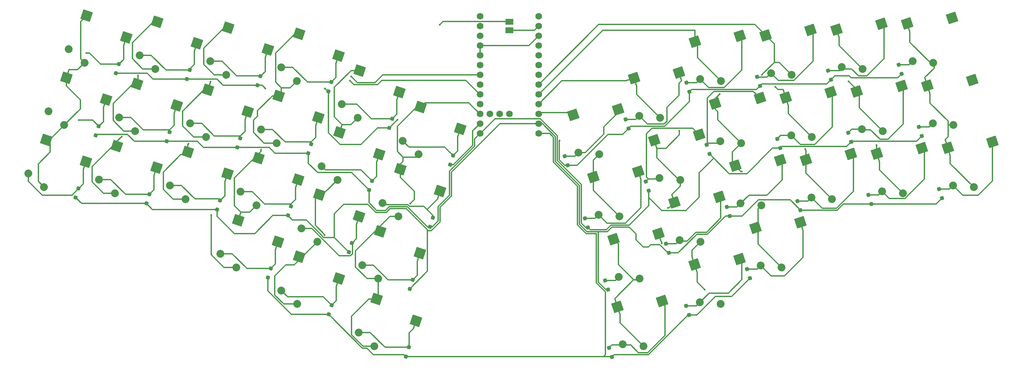
<source format=gbl>
G04 #@! TF.GenerationSoftware,KiCad,Pcbnew,8.0.4*
G04 #@! TF.CreationDate,2024-08-25T16:08:24+07:00*
G04 #@! TF.ProjectId,ozprey,6f7a7072-6579-42e6-9b69-6361645f7063,1.0*
G04 #@! TF.SameCoordinates,Original*
G04 #@! TF.FileFunction,Copper,L2,Bot*
G04 #@! TF.FilePolarity,Positive*
%FSLAX46Y46*%
G04 Gerber Fmt 4.6, Leading zero omitted, Abs format (unit mm)*
G04 Created by KiCad (PCBNEW 8.0.4) date 2024-08-25 16:08:24*
%MOMM*%
%LPD*%
G01*
G04 APERTURE LIST*
G04 Aperture macros list*
%AMRoundRect*
0 Rectangle with rounded corners*
0 $1 Rounding radius*
0 $2 $3 $4 $5 $6 $7 $8 $9 X,Y pos of 4 corners*
0 Add a 4 corners polygon primitive as box body*
4,1,4,$2,$3,$4,$5,$6,$7,$8,$9,$2,$3,0*
0 Add four circle primitives for the rounded corners*
1,1,$1+$1,$2,$3*
1,1,$1+$1,$4,$5*
1,1,$1+$1,$6,$7*
1,1,$1+$1,$8,$9*
0 Add four rect primitives between the rounded corners*
20,1,$1+$1,$2,$3,$4,$5,0*
20,1,$1+$1,$4,$5,$6,$7,0*
20,1,$1+$1,$6,$7,$8,$9,0*
20,1,$1+$1,$8,$9,$2,$3,0*%
%AMRotRect*
0 Rectangle, with rotation*
0 The origin of the aperture is its center*
0 $1 length*
0 $2 width*
0 $3 Rotation angle, in degrees counterclockwise*
0 Add horizontal line*
21,1,$1,$2,0,0,$3*%
G04 Aperture macros list end*
G04 #@! TA.AperFunction,SMDPad,CuDef*
%ADD10RotRect,2.600000X2.600000X18.000000*%
G04 #@! TD*
G04 #@! TA.AperFunction,ComponentPad*
%ADD11C,2.032000*%
G04 #@! TD*
G04 #@! TA.AperFunction,SMDPad,CuDef*
%ADD12RotRect,2.600000X2.600000X342.000000*%
G04 #@! TD*
G04 #@! TA.AperFunction,ComponentPad*
%ADD13C,1.752600*%
G04 #@! TD*
G04 #@! TA.AperFunction,SMDPad,CuDef*
%ADD14RoundRect,0.250000X0.160510X-0.315018X0.315018X0.160510X-0.160510X0.315018X-0.315018X-0.160510X0*%
G04 #@! TD*
G04 #@! TA.AperFunction,SMDPad,CuDef*
%ADD15R,2.100000X1.500000*%
G04 #@! TD*
G04 #@! TA.AperFunction,SMDPad,CuDef*
%ADD16RoundRect,0.250000X0.315018X-0.160510X0.160510X0.315018X-0.315018X0.160510X-0.160510X-0.315018X0*%
G04 #@! TD*
G04 #@! TA.AperFunction,ViaPad*
%ADD17C,0.500000*%
G04 #@! TD*
G04 #@! TA.AperFunction,Conductor*
%ADD18C,0.300000*%
G04 #@! TD*
G04 APERTURE END LIST*
D10*
G04 #@! TO.P,SW40,2,2*
G04 #@! TO.N,Net-(D40-A)*
X263701153Y-54956194D03*
D11*
X253408956Y-66238872D03*
G04 #@! TO.P,SW40,1,1*
G04 #@! TO.N,COL11*
X258813174Y-66691004D03*
D10*
X252036613Y-56433016D03*
G04 #@! TD*
G04 #@! TO.P,SW37,2,2*
G04 #@! TO.N,Net-(D37-A)*
X245284253Y-56524094D03*
D11*
X234992056Y-67806772D03*
G04 #@! TO.P,SW37,1,1*
G04 #@! TO.N,COL10*
X240396274Y-68258904D03*
D10*
X233619713Y-58000916D03*
G04 #@! TD*
G04 #@! TO.P,SW34,2,2*
G04 #@! TO.N,Net-(D34-A)*
X226867453Y-58091994D03*
D11*
X216575256Y-69374672D03*
G04 #@! TO.P,SW34,1,1*
G04 #@! TO.N,COL9*
X221979474Y-69826804D03*
D10*
X215202913Y-59568816D03*
G04 #@! TD*
G04 #@! TO.P,SW30,2,2*
G04 #@! TO.N,Net-(D30-A)*
X208450553Y-59659894D03*
D11*
X198158356Y-70942572D03*
G04 #@! TO.P,SW30,1,1*
G04 #@! TO.N,COL8*
X203562574Y-71394704D03*
D10*
X196786013Y-61136716D03*
G04 #@! TD*
G04 #@! TO.P,SW26,2,2*
G04 #@! TO.N,Net-(D26-A)*
X192629353Y-69216594D03*
D11*
X182337156Y-80499272D03*
G04 #@! TO.P,SW26,1,1*
G04 #@! TO.N,COL7*
X187741374Y-80951404D03*
D10*
X180964813Y-70693416D03*
G04 #@! TD*
G04 #@! TO.P,SW22,2,2*
G04 #@! TO.N,Net-(D22-A)*
X176808253Y-78773294D03*
D11*
X166516056Y-90055972D03*
G04 #@! TO.P,SW22,1,1*
G04 #@! TO.N,COL6*
X171920274Y-90508104D03*
D10*
X165143713Y-80250116D03*
G04 #@! TD*
D12*
G04 #@! TO.P,SW18,2,2*
G04 #@! TO.N,Net-(D18-A)*
X135752280Y-83887526D03*
D11*
X120793927Y-86965802D03*
G04 #@! TO.P,SW18,1,1*
G04 #@! TO.N,COL5*
X124900274Y-90508104D03*
D12*
X125447415Y-78226055D03*
G04 #@! TD*
G04 #@! TO.P,SW14,2,2*
G04 #@! TO.N,Net-(D14-A)*
X119931080Y-74330826D03*
D11*
X104972727Y-77409102D03*
G04 #@! TO.P,SW14,1,1*
G04 #@! TO.N,COL4*
X109079074Y-80951404D03*
D12*
X109626215Y-68669355D03*
G04 #@! TD*
G04 #@! TO.P,SW10,2,2*
G04 #@! TO.N,Net-(D10-A)*
X104109980Y-64774126D03*
D11*
X89151627Y-67852402D03*
G04 #@! TO.P,SW10,1,1*
G04 #@! TO.N,COL3*
X93257974Y-71394704D03*
D12*
X93805115Y-59112655D03*
G04 #@! TD*
G04 #@! TO.P,SW7,2,2*
G04 #@! TO.N,Net-(D7-A)*
X85693080Y-63206226D03*
D11*
X70734727Y-66284502D03*
G04 #@! TO.P,SW7,1,1*
G04 #@! TO.N,COL2*
X74841074Y-69826804D03*
D12*
X75388215Y-57544755D03*
G04 #@! TD*
G04 #@! TO.P,SW4,2,2*
G04 #@! TO.N,Net-(D4-A)*
X67276180Y-61638326D03*
D11*
X52317827Y-64716602D03*
G04 #@! TO.P,SW4,1,1*
G04 #@! TO.N,COL1*
X56424174Y-68258904D03*
D12*
X56971315Y-55976855D03*
G04 #@! TD*
G04 #@! TO.P,SW1,2,2*
G04 #@! TO.N,Net-(D1-A)*
X48859280Y-60070426D03*
D11*
X33900927Y-63148702D03*
G04 #@! TO.P,SW1,1,1*
G04 #@! TO.N,COL0*
X38007274Y-66691004D03*
D12*
X38554415Y-54408955D03*
G04 #@! TD*
D10*
G04 #@! TO.P,SW41,2,2*
G04 #@! TO.N,Net-(D41-A)*
X268954453Y-71124194D03*
D11*
X258662256Y-82406872D03*
G04 #@! TO.P,SW41,1,1*
G04 #@! TO.N,COL11*
X264066474Y-82859004D03*
D10*
X257289913Y-72601016D03*
G04 #@! TD*
G04 #@! TO.P,SW38,2,2*
G04 #@! TO.N,Net-(D38-A)*
X250537553Y-72692094D03*
D11*
X240245356Y-83974772D03*
G04 #@! TO.P,SW38,1,1*
G04 #@! TO.N,COL10*
X245649574Y-84426904D03*
D10*
X238873013Y-74168916D03*
G04 #@! TD*
G04 #@! TO.P,SW35,2,2*
G04 #@! TO.N,Net-(D35-A)*
X232120653Y-74259894D03*
D11*
X221828456Y-85542572D03*
G04 #@! TO.P,SW35,1,1*
G04 #@! TO.N,COL9*
X227232674Y-85994704D03*
D10*
X220456113Y-75736716D03*
G04 #@! TD*
G04 #@! TO.P,SW31,2,2*
G04 #@! TO.N,Net-(D31-A)*
X213703853Y-75827794D03*
D11*
X203411656Y-87110472D03*
G04 #@! TO.P,SW31,1,1*
G04 #@! TO.N,COL8*
X208815874Y-87562604D03*
D10*
X202039313Y-77304616D03*
G04 #@! TD*
G04 #@! TO.P,SW27,2,2*
G04 #@! TO.N,Net-(D27-A)*
X197882653Y-85384594D03*
D11*
X187590456Y-96667272D03*
G04 #@! TO.P,SW27,1,1*
G04 #@! TO.N,COL7*
X192994674Y-97119404D03*
D10*
X186218113Y-86861416D03*
G04 #@! TD*
G04 #@! TO.P,SW23,2,2*
G04 #@! TO.N,Net-(D23-A)*
X182061553Y-94941294D03*
D11*
X171769356Y-106223972D03*
G04 #@! TO.P,SW23,1,1*
G04 #@! TO.N,COL6*
X177173574Y-106676104D03*
D10*
X170397013Y-96418116D03*
G04 #@! TD*
D12*
G04 #@! TO.P,SW19,2,2*
G04 #@! TO.N,Net-(D19-A)*
X130498980Y-100055526D03*
D11*
X115540627Y-103133802D03*
G04 #@! TO.P,SW19,1,1*
G04 #@! TO.N,COL5*
X119646974Y-106676104D03*
D12*
X120194115Y-94394055D03*
G04 #@! TD*
G04 #@! TO.P,SW15,2,2*
G04 #@! TO.N,Net-(D15-A)*
X114677780Y-90498826D03*
D11*
X99719427Y-93577102D03*
G04 #@! TO.P,SW15,1,1*
G04 #@! TO.N,COL4*
X103825774Y-97119404D03*
D12*
X104372915Y-84837355D03*
G04 #@! TD*
G04 #@! TO.P,SW11,2,2*
G04 #@! TO.N,Net-(D11-A)*
X98856680Y-80942026D03*
D11*
X83898327Y-84020302D03*
G04 #@! TO.P,SW11,1,1*
G04 #@! TO.N,COL3*
X88004674Y-87562604D03*
D12*
X88551815Y-75280555D03*
G04 #@! TD*
G04 #@! TO.P,SW8,2,2*
G04 #@! TO.N,Net-(D8-A)*
X80439780Y-79374126D03*
D11*
X65481427Y-82452402D03*
G04 #@! TO.P,SW8,1,1*
G04 #@! TO.N,COL2*
X69587774Y-85994704D03*
D12*
X70134915Y-73712655D03*
G04 #@! TD*
G04 #@! TO.P,SW5,2,2*
G04 #@! TO.N,Net-(D5-A)*
X62022880Y-77806326D03*
D11*
X47064527Y-80884602D03*
G04 #@! TO.P,SW5,1,1*
G04 #@! TO.N,COL1*
X51170874Y-84426904D03*
D12*
X51718015Y-72144855D03*
G04 #@! TD*
G04 #@! TO.P,SW2,2,2*
G04 #@! TO.N,Net-(D2-A)*
X43605980Y-76238426D03*
D11*
X28647627Y-79316702D03*
G04 #@! TO.P,SW2,1,1*
G04 #@! TO.N,COL0*
X32753974Y-82859004D03*
D12*
X33301115Y-70576955D03*
G04 #@! TD*
D10*
G04 #@! TO.P,SW42,2,2*
G04 #@! TO.N,Net-(D42-A)*
X274207753Y-87292194D03*
D11*
X263915556Y-98574872D03*
G04 #@! TO.P,SW42,1,1*
G04 #@! TO.N,COL11*
X269319774Y-99027004D03*
D10*
X262543213Y-88769016D03*
G04 #@! TD*
G04 #@! TO.P,SW39,2,2*
G04 #@! TO.N,Net-(D39-A)*
X255790853Y-88859994D03*
D11*
X245498656Y-100142672D03*
G04 #@! TO.P,SW39,1,1*
G04 #@! TO.N,COL10*
X250902874Y-100594804D03*
D10*
X244126313Y-90336816D03*
G04 #@! TD*
G04 #@! TO.P,SW36,2,2*
G04 #@! TO.N,Net-(D36-A)*
X237373953Y-90427894D03*
D11*
X227081756Y-101710572D03*
G04 #@! TO.P,SW36,1,1*
G04 #@! TO.N,COL9*
X232485974Y-102162704D03*
D10*
X225709413Y-91904716D03*
G04 #@! TD*
G04 #@! TO.P,SW32,2,2*
G04 #@! TO.N,Net-(D32-A)*
X218957053Y-91995794D03*
D11*
X208664856Y-103278472D03*
G04 #@! TO.P,SW32,1,1*
G04 #@! TO.N,COL8*
X214069074Y-103730604D03*
D10*
X207292513Y-93472616D03*
G04 #@! TD*
G04 #@! TO.P,SW28,2,2*
G04 #@! TO.N,Net-(D28-A)*
X203135953Y-101552494D03*
D11*
X192843756Y-112835172D03*
G04 #@! TO.P,SW28,1,1*
G04 #@! TO.N,COL7*
X198247974Y-113287304D03*
D10*
X191471413Y-103029316D03*
G04 #@! TD*
G04 #@! TO.P,SW24,2,2*
G04 #@! TO.N,Net-(D24-A)*
X187314853Y-111109294D03*
D11*
X177022656Y-122391972D03*
G04 #@! TO.P,SW24,1,1*
G04 #@! TO.N,COL6*
X182426874Y-122844104D03*
D10*
X175650313Y-112586116D03*
G04 #@! TD*
D12*
G04 #@! TO.P,SW20,2,2*
G04 #@! TO.N,Net-(D20-A)*
X125245680Y-116223526D03*
D11*
X110287327Y-119301802D03*
G04 #@! TO.P,SW20,1,1*
G04 #@! TO.N,COL5*
X114393674Y-122844104D03*
D12*
X114940815Y-110562055D03*
G04 #@! TD*
G04 #@! TO.P,SW16,2,2*
G04 #@! TO.N,Net-(D16-A)*
X109424480Y-106666726D03*
D11*
X94466127Y-109745002D03*
G04 #@! TO.P,SW16,1,1*
G04 #@! TO.N,COL4*
X98572474Y-113287304D03*
D12*
X99119615Y-101005255D03*
G04 #@! TD*
G04 #@! TO.P,SW12,2,2*
G04 #@! TO.N,Net-(D12-A)*
X93603380Y-97110026D03*
D11*
X78645027Y-100188302D03*
G04 #@! TO.P,SW12,1,1*
G04 #@! TO.N,COL3*
X82751374Y-103730604D03*
D12*
X83298515Y-91448555D03*
G04 #@! TD*
G04 #@! TO.P,SW9,2,2*
G04 #@! TO.N,Net-(D9-A)*
X75186480Y-95542126D03*
D11*
X60228127Y-98620402D03*
G04 #@! TO.P,SW9,1,1*
G04 #@! TO.N,COL2*
X64334474Y-102162704D03*
D12*
X64881615Y-89880655D03*
G04 #@! TD*
G04 #@! TO.P,SW6,2,2*
G04 #@! TO.N,Net-(D6-A)*
X56769580Y-93974226D03*
D11*
X41811227Y-97052502D03*
G04 #@! TO.P,SW6,1,1*
G04 #@! TO.N,COL1*
X45917574Y-100594804D03*
D12*
X46464715Y-88312755D03*
G04 #@! TD*
G04 #@! TO.P,SW3,2,2*
G04 #@! TO.N,Net-(D3-A)*
X38352680Y-92406426D03*
D11*
X23394327Y-95484702D03*
G04 #@! TO.P,SW3,1,1*
G04 #@! TO.N,COL0*
X27500674Y-99027004D03*
D12*
X28047815Y-86744955D03*
G04 #@! TD*
D10*
G04 #@! TO.P,SW33,2,2*
G04 #@! TO.N,Net-(D33-A)*
X224210353Y-108163694D03*
D11*
X213918156Y-119446372D03*
G04 #@! TO.P,SW33,1,1*
G04 #@! TO.N,COL8*
X219322374Y-119898504D03*
D10*
X212545813Y-109640516D03*
G04 #@! TD*
G04 #@! TO.P,SW29,2,2*
G04 #@! TO.N,Net-(D29-A)*
X208389253Y-117720494D03*
D11*
X198097056Y-129003172D03*
G04 #@! TO.P,SW29,1,1*
G04 #@! TO.N,COL7*
X203501274Y-129455304D03*
D10*
X196724713Y-119197316D03*
G04 #@! TD*
D12*
G04 #@! TO.P,SW21,2,2*
G04 #@! TO.N,Net-(D21-A)*
X124272180Y-133782026D03*
D11*
X109313827Y-136860302D03*
G04 #@! TO.P,SW21,1,1*
G04 #@! TO.N,COL5*
X113420174Y-140402604D03*
D12*
X113967315Y-128120555D03*
G04 #@! TD*
G04 #@! TO.P,SW17,2,2*
G04 #@! TO.N,Net-(D17-A)*
X104171280Y-122834726D03*
D11*
X89212927Y-125913002D03*
G04 #@! TO.P,SW17,1,1*
G04 #@! TO.N,COL4*
X93319274Y-129455304D03*
D12*
X93866415Y-117173255D03*
G04 #@! TD*
D10*
G04 #@! TO.P,SW25,2,2*
G04 #@! TO.N,Net-(D25-A)*
X188288353Y-128667794D03*
D11*
X177996156Y-139950472D03*
G04 #@! TO.P,SW25,1,1*
G04 #@! TO.N,COL6*
X183400374Y-140402604D03*
D10*
X176623813Y-130144616D03*
G04 #@! TD*
D12*
G04 #@! TO.P,SW13,2,2*
G04 #@! TO.N,Net-(D13-A)*
X88350080Y-113277926D03*
D11*
X73391727Y-116356202D03*
G04 #@! TO.P,SW13,1,1*
G04 #@! TO.N,COL3*
X77498074Y-119898504D03*
D12*
X78045215Y-107616455D03*
G04 #@! TD*
D13*
G04 #@! TO.P,U1,34*
G04 #@! TO.N,N/C*
X156121074Y-54589672D03*
G04 #@! TO.P,U1,33,P1.07*
G04 #@! TO.N,unconnected-(U1-P1.07-Pad33)*
X148501074Y-79989672D03*
G04 #@! TO.P,U1,32,P1.02*
G04 #@! TO.N,unconnected-(U1-P1.02-Pad32)*
X145961074Y-79989672D03*
G04 #@! TO.P,U1,31,P1.01*
G04 #@! TO.N,unconnected-(U1-P1.01-Pad31)*
X143421074Y-79989672D03*
G04 #@! TO.P,U1,30*
G04 #@! TO.N,N/C*
X140881074Y-54589672D03*
G04 #@! TO.P,U1,24,BATIN/P0.04*
G04 #@! TO.N,RAW*
X156121074Y-57129672D03*
G04 #@! TO.P,U1,23,GND*
G04 #@! TO.N,GND*
X156121074Y-59669672D03*
G04 #@! TO.P,U1,22,RST*
G04 #@! TO.N,RST*
X156121074Y-62209672D03*
G04 #@! TO.P,U1,21,VCC*
G04 #@! TO.N,3.3V*
X156121074Y-64749672D03*
G04 #@! TO.P,U1,20,AIN7/P0.31*
G04 #@! TO.N,COL11*
X156121074Y-67289672D03*
G04 #@! TO.P,U1,19,AIN5/P0.29*
G04 #@! TO.N,COL10*
X156121074Y-69829672D03*
G04 #@! TO.P,U1,18,AIN0/P0.02*
G04 #@! TO.N,COL9*
X156121074Y-72369672D03*
G04 #@! TO.P,U1,17,P1.15*
G04 #@! TO.N,COL8*
X156121074Y-74909672D03*
G04 #@! TO.P,U1,16,P1.13*
G04 #@! TO.N,COL7*
X156121074Y-77449672D03*
G04 #@! TO.P,U1,15,P1.11*
G04 #@! TO.N,COL6*
X156121074Y-79989672D03*
G04 #@! TO.P,U1,14,NFC2/P0.10*
G04 #@! TO.N,ROW2*
X156121074Y-82529672D03*
G04 #@! TO.P,U1,13,NFC1/P0.09*
G04 #@! TO.N,ROW3*
X156121074Y-85069672D03*
G04 #@! TO.P,U1,12,P1.06*
G04 #@! TO.N,ROW1*
X140881074Y-85069672D03*
G04 #@! TO.P,U1,11,P1.04*
G04 #@! TO.N,ROW0*
X140881074Y-82529672D03*
G04 #@! TO.P,U1,10,P0.11*
G04 #@! TO.N,COL5*
X140881074Y-79989672D03*
G04 #@! TO.P,U1,9,P1.00*
G04 #@! TO.N,COL4*
X140881074Y-77449672D03*
G04 #@! TO.P,U1,8,P0.24*
G04 #@! TO.N,COL3*
X140881074Y-74909672D03*
G04 #@! TO.P,U1,7,P0.22*
G04 #@! TO.N,COL2*
X140881074Y-72369672D03*
G04 #@! TO.P,U1,6,P0.20*
G04 #@! TO.N,COL1*
X140881074Y-69829672D03*
G04 #@! TO.P,U1,5,P0.17*
G04 #@! TO.N,COL0*
X140881074Y-67289672D03*
G04 #@! TO.P,U1,4,GND*
G04 #@! TO.N,GND*
X140881074Y-64749672D03*
G04 #@! TO.P,U1,3,GND*
X140881074Y-62209672D03*
G04 #@! TO.P,U1,2,RX1/P0.08*
G04 #@! TO.N,unconnected-(U1-RX1{slash}P0.08-Pad2)*
X140881074Y-59669672D03*
G04 #@! TO.P,U1,1,TX0/P0.06*
G04 #@! TO.N,unconnected-(U1-TX0{slash}P0.06-Pad1)*
X140881074Y-57129672D03*
G04 #@! TD*
D14*
G04 #@! TO.P,D11,2,A*
G04 #@! TO.N,Net-(D11-A)*
X96974445Y-87878651D03*
G04 #@! TO.P,D11,1,K*
G04 #@! TO.N,ROW1*
X96201903Y-90256293D03*
G04 #@! TD*
D15*
G04 #@! TO.P,BATT1,2,-*
G04 #@! TO.N,Net-(BATT1--)*
X148501074Y-55999672D03*
G04 #@! TO.P,BATT1,1,+*
G04 #@! TO.N,RAW*
X148501074Y-58199672D03*
G04 #@! TD*
D16*
G04 #@! TO.P,D39,2,A*
G04 #@! TO.N,Net-(D39-A)*
X241912403Y-101064251D03*
G04 #@! TO.P,D39,1,K*
G04 #@! TO.N,ROW2*
X242684945Y-103441893D03*
G04 #@! TD*
D14*
G04 #@! TO.P,D12,2,A*
G04 #@! TO.N,Net-(D12-A)*
X91721145Y-104046551D03*
G04 #@! TO.P,D12,1,K*
G04 #@! TO.N,ROW2*
X90948603Y-106424193D03*
G04 #@! TD*
G04 #@! TO.P,D10,2,A*
G04 #@! TO.N,Net-(D10-A)*
X102227645Y-71710651D03*
G04 #@! TO.P,D10,1,K*
G04 #@! TO.N,ROW0*
X101455103Y-74088293D03*
G04 #@! TD*
D16*
G04 #@! TO.P,D26,2,A*
G04 #@! TO.N,Net-(D26-A)*
X178750903Y-81420851D03*
G04 #@! TO.P,D26,1,K*
G04 #@! TO.N,ROW0*
X179523445Y-83798493D03*
G04 #@! TD*
G04 #@! TO.P,D24,2,A*
G04 #@! TO.N,Net-(D24-A)*
X173436303Y-123313451D03*
G04 #@! TO.P,D24,1,K*
G04 #@! TO.N,ROW2*
X174208845Y-125691093D03*
G04 #@! TD*
D14*
G04 #@! TO.P,D4,2,A*
G04 #@! TO.N,Net-(D4-A)*
X65393945Y-68574951D03*
G04 #@! TO.P,D4,1,K*
G04 #@! TO.N,ROW0*
X64621403Y-70952593D03*
G04 #@! TD*
D16*
G04 #@! TO.P,D25,2,A*
G04 #@! TO.N,Net-(D25-A)*
X174409803Y-140871951D03*
G04 #@! TO.P,D25,1,K*
G04 #@! TO.N,ROW3*
X175182345Y-143249593D03*
G04 #@! TD*
D14*
G04 #@! TO.P,D16,2,A*
G04 #@! TO.N,Net-(D16-A)*
X107542245Y-113603351D03*
G04 #@! TO.P,D16,1,K*
G04 #@! TO.N,ROW2*
X106769703Y-115980993D03*
G04 #@! TD*
G04 #@! TO.P,D17,2,A*
G04 #@! TO.N,Net-(D17-A)*
X102288945Y-129771251D03*
G04 #@! TO.P,D17,1,K*
G04 #@! TO.N,ROW3*
X101516403Y-132148893D03*
G04 #@! TD*
G04 #@! TO.P,D14,2,A*
G04 #@! TO.N,Net-(D14-A)*
X118048845Y-81267351D03*
G04 #@! TO.P,D14,1,K*
G04 #@! TO.N,ROW0*
X117276303Y-83644993D03*
G04 #@! TD*
D16*
G04 #@! TO.P,D32,2,A*
G04 #@! TO.N,Net-(D32-A)*
X205078603Y-104199951D03*
G04 #@! TO.P,D32,1,K*
G04 #@! TO.N,ROW2*
X205851145Y-106577593D03*
G04 #@! TD*
G04 #@! TO.P,D27,2,A*
G04 #@! TO.N,Net-(D27-A)*
X184004203Y-97588751D03*
G04 #@! TO.P,D27,1,K*
G04 #@! TO.N,ROW1*
X184776745Y-99966393D03*
G04 #@! TD*
G04 #@! TO.P,D38,2,A*
G04 #@! TO.N,Net-(D38-A)*
X236659103Y-84896251D03*
G04 #@! TO.P,D38,1,K*
G04 #@! TO.N,ROW1*
X237431645Y-87273893D03*
G04 #@! TD*
D14*
G04 #@! TO.P,D20,2,A*
G04 #@! TO.N,Net-(D20-A)*
X123363445Y-123160051D03*
G04 #@! TO.P,D20,1,K*
G04 #@! TO.N,ROW2*
X122590903Y-125537693D03*
G04 #@! TD*
G04 #@! TO.P,D21,2,A*
G04 #@! TO.N,Net-(D21-A)*
X122389845Y-140718551D03*
G04 #@! TO.P,D21,1,K*
G04 #@! TO.N,ROW3*
X121617303Y-143096193D03*
G04 #@! TD*
G04 #@! TO.P,D3,2,A*
G04 #@! TO.N,Net-(D3-A)*
X36470445Y-99342951D03*
G04 #@! TO.P,D3,1,K*
G04 #@! TO.N,ROW2*
X35697903Y-101720593D03*
G04 #@! TD*
D16*
G04 #@! TO.P,D37,2,A*
G04 #@! TO.N,Net-(D37-A)*
X231405803Y-68728351D03*
G04 #@! TO.P,D37,1,K*
G04 #@! TO.N,ROW0*
X232178345Y-71105993D03*
G04 #@! TD*
G04 #@! TO.P,D30,2,A*
G04 #@! TO.N,Net-(D30-A)*
X194572003Y-71864051D03*
G04 #@! TO.P,D30,1,K*
G04 #@! TO.N,ROW0*
X195344545Y-74241693D03*
G04 #@! TD*
D14*
G04 #@! TO.P,D9,2,A*
G04 #@! TO.N,Net-(D9-A)*
X73304245Y-102478751D03*
G04 #@! TO.P,D9,1,K*
G04 #@! TO.N,ROW2*
X72531703Y-104856393D03*
G04 #@! TD*
G04 #@! TO.P,D18,2,A*
G04 #@! TO.N,Net-(D18-A)*
X133869945Y-90824151D03*
G04 #@! TO.P,D18,1,K*
G04 #@! TO.N,ROW0*
X133097403Y-93201793D03*
G04 #@! TD*
G04 #@! TO.P,D2,2,A*
G04 #@! TO.N,Net-(D2-A)*
X41723745Y-83175051D03*
G04 #@! TO.P,D2,1,K*
G04 #@! TO.N,ROW1*
X40951203Y-85552693D03*
G04 #@! TD*
D16*
G04 #@! TO.P,D34,2,A*
G04 #@! TO.N,Net-(D34-A)*
X212988903Y-70296151D03*
G04 #@! TO.P,D34,1,K*
G04 #@! TO.N,ROW0*
X213761445Y-72673793D03*
G04 #@! TD*
G04 #@! TO.P,D42,2,A*
G04 #@! TO.N,Net-(D42-A)*
X260329303Y-99496351D03*
G04 #@! TO.P,D42,1,K*
G04 #@! TO.N,ROW2*
X261101845Y-101873993D03*
G04 #@! TD*
G04 #@! TO.P,D31,2,A*
G04 #@! TO.N,Net-(D31-A)*
X199825303Y-88032051D03*
G04 #@! TO.P,D31,1,K*
G04 #@! TO.N,ROW1*
X200597845Y-90409693D03*
G04 #@! TD*
D14*
G04 #@! TO.P,D13,2,A*
G04 #@! TO.N,Net-(D13-A)*
X86467845Y-120214551D03*
G04 #@! TO.P,D13,1,K*
G04 #@! TO.N,ROW3*
X85695303Y-122592193D03*
G04 #@! TD*
D16*
G04 #@! TO.P,D40,2,A*
G04 #@! TO.N,Net-(D40-A)*
X249822703Y-67160451D03*
G04 #@! TO.P,D40,1,K*
G04 #@! TO.N,ROW0*
X250595245Y-69538093D03*
G04 #@! TD*
G04 #@! TO.P,D41,2,A*
G04 #@! TO.N,Net-(D41-A)*
X255076003Y-83328451D03*
G04 #@! TO.P,D41,1,K*
G04 #@! TO.N,ROW1*
X255848545Y-85706093D03*
G04 #@! TD*
D14*
G04 #@! TO.P,D6,2,A*
G04 #@! TO.N,Net-(D6-A)*
X54887345Y-100910851D03*
G04 #@! TO.P,D6,1,K*
G04 #@! TO.N,ROW2*
X54114803Y-103288493D03*
G04 #@! TD*
D16*
G04 #@! TO.P,D29,2,A*
G04 #@! TO.N,Net-(D29-A)*
X194510703Y-129924651D03*
G04 #@! TO.P,D29,1,K*
G04 #@! TO.N,ROW3*
X195283245Y-132302293D03*
G04 #@! TD*
G04 #@! TO.P,D22,2,A*
G04 #@! TO.N,Net-(D22-A)*
X162929703Y-90977551D03*
G04 #@! TO.P,D22,1,K*
G04 #@! TO.N,ROW0*
X163702245Y-93355193D03*
G04 #@! TD*
G04 #@! TO.P,D33,2,A*
G04 #@! TO.N,Net-(D33-A)*
X210331903Y-120367951D03*
G04 #@! TO.P,D33,1,K*
G04 #@! TO.N,ROW3*
X211104445Y-122745593D03*
G04 #@! TD*
D14*
G04 #@! TO.P,D15,2,A*
G04 #@! TO.N,Net-(D15-A)*
X112795545Y-97435351D03*
G04 #@! TO.P,D15,1,K*
G04 #@! TO.N,ROW1*
X112023003Y-99812993D03*
G04 #@! TD*
D16*
G04 #@! TO.P,D28,2,A*
G04 #@! TO.N,Net-(D28-A)*
X189257403Y-113756751D03*
G04 #@! TO.P,D28,1,K*
G04 #@! TO.N,ROW2*
X190029945Y-116134393D03*
G04 #@! TD*
G04 #@! TO.P,D36,2,A*
G04 #@! TO.N,Net-(D36-A)*
X223495503Y-102632151D03*
G04 #@! TO.P,D36,1,K*
G04 #@! TO.N,ROW2*
X224268045Y-105009793D03*
G04 #@! TD*
G04 #@! TO.P,D23,2,A*
G04 #@! TO.N,Net-(D23-A)*
X168183003Y-107145551D03*
G04 #@! TO.P,D23,1,K*
G04 #@! TO.N,ROW1*
X168955545Y-109523193D03*
G04 #@! TD*
D14*
G04 #@! TO.P,D1,2,A*
G04 #@! TO.N,Net-(D1-A)*
X46976545Y-67006951D03*
G04 #@! TO.P,D1,1,K*
G04 #@! TO.N,ROW0*
X46204003Y-69384593D03*
G04 #@! TD*
D16*
G04 #@! TO.P,D35,2,A*
G04 #@! TO.N,Net-(D35-A)*
X218242203Y-86464151D03*
G04 #@! TO.P,D35,1,K*
G04 #@! TO.N,ROW1*
X219014745Y-88841793D03*
G04 #@! TD*
D14*
G04 #@! TO.P,D5,2,A*
G04 #@! TO.N,Net-(D5-A)*
X60139645Y-84742551D03*
G04 #@! TO.P,D5,1,K*
G04 #@! TO.N,ROW1*
X59367103Y-87120193D03*
G04 #@! TD*
G04 #@! TO.P,D7,2,A*
G04 #@! TO.N,Net-(D7-A)*
X83810845Y-70142751D03*
G04 #@! TO.P,D7,1,K*
G04 #@! TO.N,ROW0*
X83038303Y-72520393D03*
G04 #@! TD*
G04 #@! TO.P,D19,2,A*
G04 #@! TO.N,Net-(D19-A)*
X128616645Y-106992151D03*
G04 #@! TO.P,D19,1,K*
G04 #@! TO.N,ROW1*
X127844103Y-109369793D03*
G04 #@! TD*
G04 #@! TO.P,D8,2,A*
G04 #@! TO.N,Net-(D8-A)*
X78557545Y-86310751D03*
G04 #@! TO.P,D8,1,K*
G04 #@! TO.N,ROW1*
X77785003Y-88688393D03*
G04 #@! TD*
D17*
G04 #@! TO.N,Net-(BATT1--)*
X130426129Y-56772979D03*
G04 #@! TO.N,Net-(D1-A)*
X38501043Y-64099704D03*
G04 #@! TO.N,Net-(D2-A)*
X36501043Y-81599704D03*
G04 #@! TO.N,Net-(D24-A)*
X188121174Y-113674172D03*
G04 #@! TO.N,Net-(D40-A)*
X263701153Y-54956194D03*
G04 #@! TO.N,Net-(D41-A)*
X269001043Y-71099704D03*
G04 #@! TO.N,ROW0*
X85068574Y-73351972D03*
X161601043Y-86883588D03*
X119394374Y-81526872D03*
X100501043Y-73351972D03*
G04 #@! TO.N,COL1*
X51976974Y-70020672D03*
X107394974Y-70205773D03*
X47670074Y-85866772D03*
G04 #@! TO.N,COL2*
X65082574Y-87756372D03*
X70819174Y-71592872D03*
G04 #@! TO.N,COL3*
X107016874Y-71303172D03*
X83935974Y-89324372D03*
X71001043Y-106305503D03*
G04 #@! TO.N,COL4*
X100484874Y-111563272D03*
G04 #@! TO.N,COL5*
X122746192Y-103344853D03*
G04 #@! TO.N,COL6*
X165001043Y-80296412D03*
X175650274Y-112586072D03*
G04 #@! TO.N,COL7*
X192773074Y-84343072D03*
X199373675Y-125727072D03*
X189767774Y-104464272D03*
G04 #@! TO.N,COL8*
X209005174Y-94935872D03*
X203248143Y-74846804D03*
G04 #@! TO.N,COL9*
X225541774Y-89086872D03*
X214276574Y-69844172D03*
X217683574Y-72964172D03*
G04 #@! TO.N,COL10*
X244001043Y-88099704D03*
X236720074Y-71499704D03*
G04 #@! TD*
D18*
G04 #@! TO.N,Net-(BATT1--)*
X148501074Y-55999672D02*
X148404774Y-55903372D01*
X148404774Y-55903372D02*
X131295736Y-55903372D01*
X131295736Y-55903372D02*
X130426129Y-56772979D01*
X148501074Y-55999672D02*
X148317374Y-55815972D01*
G04 #@! TO.N,COL8*
X156121074Y-74909672D02*
X172806674Y-58224072D01*
X172806674Y-58224072D02*
X196786013Y-58224072D01*
X196786013Y-58224072D02*
X196786013Y-61136716D01*
G04 #@! TO.N,COL9*
X156121074Y-72369672D02*
X171766674Y-56724072D01*
X171766674Y-56724072D02*
X212358169Y-56724072D01*
X212358169Y-56724072D02*
X217441074Y-61806977D01*
X217441074Y-61806977D02*
X217441074Y-66574672D01*
G04 #@! TO.N,GND*
X140881074Y-64749672D02*
X140881074Y-62209672D01*
X153581074Y-62209672D02*
X156121074Y-59669672D01*
X140881074Y-62209672D02*
X153581074Y-62209672D01*
G04 #@! TO.N,Net-(D1-A)*
X39332906Y-64099704D02*
X42240153Y-67006951D01*
X48183074Y-62151672D02*
X48183174Y-62151672D01*
X48183174Y-62151672D02*
X48183174Y-65800322D01*
X42240153Y-67006951D02*
X46976545Y-67006951D01*
X48183174Y-65800322D02*
X46976545Y-67006951D01*
X48859274Y-60070472D02*
X48183074Y-62151672D01*
X38501043Y-64099704D02*
X39332906Y-64099704D01*
G04 #@! TO.N,Net-(D2-A)*
X40148398Y-81599704D02*
X36501043Y-81599704D01*
X43605974Y-76238472D02*
X42929774Y-78319672D01*
X42929874Y-81968972D02*
X42929874Y-78319672D01*
X42929874Y-78319672D02*
X42929774Y-78319672D01*
X41723774Y-83175072D02*
X42929874Y-81968972D01*
X41723745Y-83175051D02*
X40148398Y-81599704D01*
G04 #@! TO.N,Net-(D3-A)*
X34713742Y-101099704D02*
X27001043Y-101099704D01*
X37676474Y-94487672D02*
X37676574Y-94487672D01*
X38352674Y-92406472D02*
X37676474Y-94487672D01*
X37676574Y-94487672D02*
X37676574Y-98136872D01*
X27001043Y-101099704D02*
X23394374Y-97493035D01*
X37676574Y-98136872D02*
X34713742Y-101099704D01*
X23394374Y-97493035D02*
X23394374Y-95484672D01*
G04 #@! TO.N,Net-(D4-A)*
X55326374Y-64716572D02*
X52317874Y-64716572D01*
X59184753Y-68574951D02*
X55326374Y-64716572D01*
X65158346Y-68574951D02*
X59184753Y-68574951D01*
X66600074Y-63719572D02*
X66600074Y-67133223D01*
X67276174Y-61638372D02*
X66599974Y-63719572D01*
X66600074Y-67133223D02*
X65158346Y-68574951D01*
X66599974Y-63719572D02*
X66600074Y-63719572D01*
G04 #@! TO.N,Net-(D5-A)*
X62022874Y-77806372D02*
X61346674Y-79887572D01*
X53327474Y-84138972D02*
X50073074Y-80884572D01*
X50073074Y-80884572D02*
X47064574Y-80884572D01*
X61346774Y-79887572D02*
X61346774Y-82931872D01*
X60139674Y-84742572D02*
X60139674Y-84138972D01*
X61346674Y-79887572D02*
X61346774Y-79887572D01*
X61346774Y-82931872D02*
X60139674Y-84138972D01*
X60139674Y-84138972D02*
X53327474Y-84138972D01*
G04 #@! TO.N,Net-(D6-A)*
X54887345Y-100910851D02*
X48678153Y-100910851D01*
X56093374Y-96055472D02*
X56093474Y-96055472D01*
X56093474Y-96055472D02*
X56093474Y-99704722D01*
X56769574Y-93974272D02*
X56093374Y-96055472D01*
X56093474Y-99704722D02*
X54887345Y-100910851D01*
X48678153Y-100910851D02*
X44819774Y-97052472D01*
X44819774Y-97052472D02*
X41811274Y-97052472D01*
G04 #@! TO.N,Net-(D7-A)*
X83767798Y-70099704D02*
X77558506Y-70099704D01*
X77558506Y-70099704D02*
X73743274Y-66284472D01*
X85016874Y-65287472D02*
X85016974Y-65287472D01*
X85693074Y-63206272D02*
X85016874Y-65287472D01*
X73743274Y-66284472D02*
X70734774Y-66284472D01*
X85016974Y-68936622D02*
X83810845Y-70142751D01*
X83810845Y-70142751D02*
X83767798Y-70099704D01*
X85016974Y-65287472D02*
X85016974Y-68936622D01*
G04 #@! TO.N,Net-(D8-A)*
X79763574Y-81455372D02*
X79763674Y-81455372D01*
X71745274Y-85707672D02*
X68489974Y-82452372D01*
X79763674Y-84501572D02*
X78557574Y-85707672D01*
X80439774Y-79374172D02*
X79763574Y-81455372D01*
X78557574Y-85707672D02*
X71745274Y-85707672D01*
X68489974Y-82452372D02*
X65481474Y-82452372D01*
X78557574Y-86310772D02*
X78557574Y-85707672D01*
X79763674Y-81455372D02*
X79763674Y-84501572D01*
G04 #@! TO.N,Net-(D9-A)*
X74510374Y-97623372D02*
X74510374Y-101272622D01*
X73304245Y-102478751D02*
X72925198Y-102099704D01*
X74510274Y-97623372D02*
X74510374Y-97623372D01*
X66716006Y-102099704D02*
X63236674Y-98620372D01*
X73304274Y-102478722D02*
X73304274Y-102478772D01*
X72925198Y-102099704D02*
X66716006Y-102099704D01*
X74510374Y-101272622D02*
X73304274Y-102478722D01*
X75186474Y-95542172D02*
X74510274Y-97623372D01*
X63236674Y-98620372D02*
X60228174Y-98620372D01*
G04 #@! TO.N,Net-(D10-A)*
X103433874Y-66855372D02*
X103433874Y-70504422D01*
X92160174Y-67852372D02*
X89151674Y-67852372D01*
X96018453Y-71710651D02*
X92160174Y-67852372D01*
X103433774Y-66855372D02*
X103433874Y-66855372D01*
X104109974Y-64774172D02*
X103433774Y-66855372D01*
X102227645Y-71710651D02*
X96018453Y-71710651D01*
X103433874Y-70504422D02*
X102227645Y-71710651D01*
G04 #@! TO.N,Net-(D11-A)*
X98180574Y-86069472D02*
X96974474Y-87275572D01*
X86906874Y-84020272D02*
X83898374Y-84020272D01*
X96974474Y-87275572D02*
X90162174Y-87275572D01*
X90162174Y-87275572D02*
X86906874Y-84020272D01*
X98856674Y-80942072D02*
X98180474Y-83023272D01*
X98180574Y-83023272D02*
X98180574Y-86069472D01*
X96974474Y-87878672D02*
X96974474Y-87275572D01*
X98180474Y-83023272D02*
X98180574Y-83023272D01*
G04 #@! TO.N,Net-(D12-A)*
X93603374Y-97110072D02*
X92927174Y-99191272D01*
X91721174Y-103443472D02*
X84908774Y-103443472D01*
X92927274Y-99191272D02*
X92927274Y-102237372D01*
X91721174Y-104046572D02*
X91721174Y-103443472D01*
X84908774Y-103443472D02*
X81653574Y-100188272D01*
X92927274Y-102237372D02*
X91721174Y-103443472D01*
X81653574Y-100188272D02*
X78645074Y-100188272D01*
X92927174Y-99191272D02*
X92927274Y-99191272D01*
G04 #@! TO.N,Net-(D13-A)*
X87673974Y-115359172D02*
X87673974Y-119008422D01*
X88350074Y-113277972D02*
X87673874Y-115359172D01*
X86467845Y-120214551D02*
X80258653Y-120214551D01*
X86467874Y-120214572D02*
X86467866Y-120214572D01*
X80258653Y-120214551D02*
X76400274Y-116356172D01*
X86467866Y-120214572D02*
X86467845Y-120214551D01*
X87673874Y-115359172D02*
X87673974Y-115359172D01*
X87673974Y-119008422D02*
X86467845Y-120214551D01*
X76400274Y-116356172D02*
X73391774Y-116356172D01*
G04 #@! TO.N,Net-(D14-A)*
X108810411Y-77409072D02*
X104972774Y-77409072D01*
X119254874Y-76412072D02*
X119254974Y-76412072D01*
X118048874Y-81267372D02*
X112668711Y-81267372D01*
X119254974Y-80061272D02*
X118048874Y-81267372D01*
X112668711Y-81267372D02*
X108810411Y-77409072D01*
X119254974Y-76412072D02*
X119254974Y-80061272D01*
X119931074Y-74330872D02*
X119254874Y-76412072D01*
G04 #@! TO.N,Net-(D15-A)*
X109925374Y-94565172D02*
X100707574Y-94565172D01*
X100707574Y-94565172D02*
X99719474Y-93577072D01*
X114001574Y-92580072D02*
X114001674Y-92580072D01*
X114001674Y-92580072D02*
X114001674Y-96229272D01*
X114001674Y-96229272D02*
X112795574Y-97435372D01*
X112795574Y-97435372D02*
X109925374Y-94565172D01*
X114677774Y-90498872D02*
X114001574Y-92580072D01*
G04 #@! TO.N,Net-(D16-A)*
X94466174Y-109744972D02*
X97106374Y-109744972D01*
X107693074Y-116394872D02*
X107693074Y-113603372D01*
X107542274Y-113603372D02*
X107693074Y-113603372D01*
X108748374Y-112397272D02*
X108748374Y-108747972D01*
X107693074Y-113603372D02*
X108145374Y-113151072D01*
X108748374Y-108747972D02*
X108748274Y-108747972D01*
X104285974Y-116924572D02*
X107163374Y-116924572D01*
X109424474Y-106666772D02*
X108748274Y-108747972D01*
X97106374Y-109744972D02*
X104285974Y-116924572D01*
X108145374Y-113151072D02*
X108145374Y-113000272D01*
X108145374Y-113000272D02*
X108748374Y-112397272D01*
X107163374Y-116924572D02*
X107693074Y-116394872D01*
G04 #@! TO.N,Net-(D17-A)*
X90864374Y-127564372D02*
X89212974Y-125912972D01*
X102288974Y-129771272D02*
X100082074Y-127564372D01*
X103495174Y-128565072D02*
X103495174Y-124915972D01*
X104171274Y-122834772D02*
X103495074Y-124915972D01*
X100082074Y-127564372D02*
X90864374Y-127564372D01*
X102288974Y-129771272D02*
X103495174Y-128565072D01*
X103495174Y-124915972D02*
X103495074Y-124915972D01*
G04 #@! TO.N,Net-(D18-A)*
X135076174Y-89617972D02*
X135076174Y-85968772D01*
X133869974Y-90824172D02*
X135076174Y-89617972D01*
X135752274Y-83887572D02*
X135076074Y-85968772D01*
X131662974Y-88617172D02*
X122445374Y-88617172D01*
X122445374Y-88617172D02*
X120793974Y-86965772D01*
X133869974Y-90824172D02*
X131662974Y-88617172D01*
X135076174Y-85968772D02*
X135076074Y-85968772D01*
G04 #@! TO.N,Net-(D19-A)*
X115540674Y-103133772D02*
X116006606Y-103599704D01*
X116006606Y-103599704D02*
X122152514Y-103599704D01*
X126242267Y-104015365D02*
X127093274Y-104866372D01*
X128616674Y-106992172D02*
X128616674Y-106389772D01*
X128616674Y-106389772D02*
X127093274Y-104866372D01*
X129822774Y-102136772D02*
X129822874Y-102136772D01*
X122568175Y-104015365D02*
X126242267Y-104015365D01*
X129822874Y-102136772D02*
X127093274Y-104866372D01*
X130498974Y-100055572D02*
X129822774Y-102136772D01*
X122152514Y-103599704D02*
X122568175Y-104015365D01*
G04 #@! TO.N,Net-(D20-A)*
X123363445Y-123160051D02*
X116980353Y-123160051D01*
X124569574Y-121953922D02*
X123363445Y-123160051D01*
X116980353Y-123160051D02*
X113122074Y-119301772D01*
X124569574Y-118304772D02*
X124569574Y-121953922D01*
X125245674Y-116223572D02*
X124569474Y-118304772D01*
X124569474Y-118304772D02*
X124569574Y-118304772D01*
X113122074Y-119301772D02*
X110287374Y-119301772D01*
G04 #@! TO.N,Net-(D21-A)*
X123595974Y-135863272D02*
X122501043Y-136958203D01*
X122501043Y-136958203D02*
X122501043Y-140607353D01*
X122389845Y-140718551D02*
X116180653Y-140718551D01*
X124272174Y-133782072D02*
X123595974Y-135863272D01*
X116180653Y-140718551D02*
X112322374Y-136860272D01*
X122501043Y-140607353D02*
X122389845Y-140718551D01*
X112322374Y-136860272D02*
X109313874Y-136860272D01*
G04 #@! TO.N,Net-(D22-A)*
X173084274Y-83366972D02*
X176808274Y-79642972D01*
X168232474Y-90055972D02*
X173084274Y-85204172D01*
X173084274Y-85204172D02*
X173084274Y-83366972D01*
X165594474Y-90977572D02*
X166516074Y-90055972D01*
X176808274Y-79642972D02*
X176808274Y-78773272D01*
X166516074Y-90055972D02*
X168232474Y-90055972D01*
X162929674Y-90977572D02*
X165594474Y-90977572D01*
G04 #@! TO.N,Net-(D23-A)*
X170847774Y-107145572D02*
X168182974Y-107145572D01*
X173960274Y-108414872D02*
X171769374Y-106223972D01*
X182061574Y-94941272D02*
X182737774Y-97022572D01*
X182737774Y-104362973D02*
X178685875Y-108414872D01*
X171769374Y-106223972D02*
X170847774Y-107145572D01*
X178685875Y-108414872D02*
X173960274Y-108414872D01*
X182737774Y-97022572D02*
X182737774Y-104362973D01*
G04 #@! TO.N,Net-(D24-A)*
X188121174Y-113674172D02*
X188121174Y-113320672D01*
X187314874Y-111109272D02*
X187991074Y-113190572D01*
X173436274Y-123313472D02*
X176101174Y-123313472D01*
X188121174Y-113320672D02*
X187991074Y-113190572D01*
X176101174Y-123313472D02*
X177022674Y-122391972D01*
G04 #@! TO.N,Net-(D25-A)*
X177996174Y-140411172D02*
X177996174Y-139950472D01*
X189001043Y-137599704D02*
X189001043Y-129380441D01*
X178307642Y-140099704D02*
X180084206Y-140099704D01*
X180084206Y-140099704D02*
X182084206Y-142099704D01*
X174409774Y-140871972D02*
X175182042Y-140099704D01*
X175182042Y-140099704D02*
X177684706Y-140099704D01*
X189001043Y-129380441D02*
X188288374Y-128667772D01*
X184501043Y-142099704D02*
X189001043Y-137599704D01*
X177996174Y-140411172D02*
X178307642Y-140099704D01*
X177684706Y-140099704D02*
X177996174Y-140411172D01*
X182084206Y-142099704D02*
X184501043Y-142099704D01*
G04 #@! TO.N,Net-(D26-A)*
X189510374Y-78242372D02*
X192629374Y-75123372D01*
X192629374Y-71973972D02*
X193305474Y-71297872D01*
X184447474Y-82609572D02*
X188784069Y-82609572D01*
X182337174Y-80499272D02*
X184447474Y-82609572D01*
X193305474Y-71297872D02*
X193305574Y-71297872D01*
X193305574Y-71297872D02*
X192629374Y-69216572D01*
X192629374Y-75123372D02*
X192629374Y-71973972D01*
X178750874Y-81420872D02*
X181415574Y-81420872D01*
X189510374Y-81883267D02*
X189510374Y-78242372D01*
X188784069Y-82609572D02*
X189510374Y-81883267D01*
X181415574Y-81420872D02*
X182337174Y-80499272D01*
G04 #@! TO.N,Net-(D27-A)*
X184670374Y-96922572D02*
X184181574Y-96433772D01*
X184004174Y-97588772D02*
X184670374Y-96922572D01*
X187335174Y-96922572D02*
X184670374Y-96922572D01*
X184181574Y-85173223D02*
X185659025Y-83695772D01*
X187590474Y-96667272D02*
X187335174Y-96922572D01*
X197882674Y-85384573D02*
X197882674Y-85384572D01*
X196193831Y-83695772D02*
X197882653Y-85384594D01*
X197882653Y-85384594D02*
X197882674Y-85384573D01*
X185659025Y-83695772D02*
X196193831Y-83695772D01*
X184181574Y-96433772D02*
X184181574Y-85173223D01*
G04 #@! TO.N,Net-(D28-A)*
X194762236Y-113099704D02*
X193108288Y-113099704D01*
X193108288Y-113099704D02*
X192843756Y-112835172D01*
X203135953Y-101552494D02*
X203501043Y-101917584D01*
X191922174Y-113756772D02*
X192843774Y-112835172D01*
X199816475Y-110784272D02*
X197077668Y-110784272D01*
X189257374Y-113756772D02*
X191922174Y-113756772D01*
X197077668Y-110784272D02*
X194762236Y-113099704D01*
X203501043Y-107099704D02*
X199816475Y-110784272D01*
X203501043Y-101917584D02*
X203501043Y-107099704D01*
G04 #@! TO.N,Net-(D29-A)*
X205501043Y-126599704D02*
X200500524Y-126599704D01*
X200500524Y-126599704D02*
X198097056Y-129003172D01*
X197175574Y-129924672D02*
X198097074Y-129003172D01*
X194510674Y-129924672D02*
X197175574Y-129924672D01*
X208389253Y-117720494D02*
X209001043Y-118332284D01*
X209001043Y-118332284D02*
X209001043Y-123099704D01*
X209001043Y-123099704D02*
X205501043Y-126599704D01*
G04 #@! TO.N,Net-(D30-A)*
X204402292Y-73099704D02*
X209001043Y-68500953D01*
X200315506Y-73099704D02*
X204402292Y-73099704D01*
X209001043Y-60210341D02*
X208450574Y-59659872D01*
X194571974Y-71864072D02*
X197236874Y-71864072D01*
X197236874Y-71864072D02*
X198158374Y-70942572D01*
X209001043Y-68500953D02*
X209001043Y-60210341D01*
X198158374Y-70942572D02*
X200315506Y-73099704D01*
G04 #@! TO.N,Net-(D31-A)*
X200007274Y-75829372D02*
X201736942Y-74099704D01*
X211975806Y-74099704D02*
X213703874Y-75827772D01*
X200257650Y-87599704D02*
X199825303Y-88032051D01*
X199825303Y-88032051D02*
X200007274Y-87850080D01*
X203411674Y-87110472D02*
X202922442Y-87599704D01*
X202922442Y-87599704D02*
X200257650Y-87599704D01*
X200007274Y-87850080D02*
X200007274Y-75829372D01*
X201736942Y-74099704D02*
X211975806Y-74099704D01*
G04 #@! TO.N,Net-(D32-A)*
X215533422Y-101099704D02*
X210843624Y-101099704D01*
X218957053Y-91995794D02*
X219501043Y-92539784D01*
X210843624Y-101099704D02*
X208664856Y-103278472D01*
X219501043Y-97132083D02*
X215533422Y-101099704D01*
X207743374Y-104199972D02*
X208664874Y-103278472D01*
X205078574Y-104199972D02*
X207743374Y-104199972D01*
X219501043Y-92539784D02*
X219501043Y-97132083D01*
G04 #@! TO.N,Net-(D33-A)*
X212996574Y-120367972D02*
X210331874Y-120367972D01*
X220059143Y-122099704D02*
X216571506Y-122099704D01*
X213918174Y-119446372D02*
X212996574Y-120367972D01*
X224210374Y-108163672D02*
X224886574Y-110244972D01*
X224886574Y-110244972D02*
X224886574Y-117272273D01*
X216571506Y-122099704D02*
X213918174Y-119446372D01*
X224886574Y-117272273D02*
X220059143Y-122099704D01*
G04 #@! TO.N,Net-(D34-A)*
X215504074Y-70445872D02*
X216575274Y-69374672D01*
X213138574Y-70445872D02*
X215504074Y-70445872D01*
X212988874Y-70296172D02*
X213138574Y-70445872D01*
X216575274Y-69374672D02*
X218446474Y-71245872D01*
X227501043Y-58725541D02*
X226867474Y-58091972D01*
X227501043Y-66260403D02*
X227501043Y-58725541D01*
X218446474Y-71245872D02*
X222515574Y-71245872D01*
X222515574Y-71245872D02*
X227501043Y-66260403D01*
G04 #@! TO.N,Net-(D35-A)*
X218242174Y-86464172D02*
X219106642Y-85599704D01*
X232501043Y-74640241D02*
X232120674Y-74259872D01*
X224225474Y-87939572D02*
X227952074Y-87939572D01*
X227952074Y-87939572D02*
X232501043Y-83390603D01*
X221771342Y-85599704D02*
X221828474Y-85542572D01*
X232501043Y-83390603D02*
X232501043Y-74640241D01*
X219106642Y-85599704D02*
X221771342Y-85599704D01*
X221828474Y-85542572D02*
X224225474Y-87939572D01*
G04 #@! TO.N,Net-(D36-A)*
X233590975Y-104509772D02*
X238001043Y-100099704D01*
X227081774Y-101710572D02*
X229880974Y-104509772D01*
X226160174Y-102632172D02*
X227081774Y-101710572D01*
X238001043Y-91054941D02*
X237373974Y-90427872D01*
X238001043Y-100099704D02*
X238001043Y-91054941D01*
X223495474Y-102632172D02*
X226160174Y-102632172D01*
X229880974Y-104509772D02*
X233590975Y-104509772D01*
G04 #@! TO.N,Net-(D37-A)*
X246001043Y-65599704D02*
X246001043Y-57240841D01*
X234992074Y-68267572D02*
X234992074Y-67806772D01*
X246001043Y-57240841D02*
X245284274Y-56524072D01*
X237526974Y-68267572D02*
X239359106Y-70099704D01*
X234531274Y-68728372D02*
X234992074Y-68267572D01*
X239359106Y-70099704D02*
X241501043Y-70099704D01*
X241501043Y-70099704D02*
X246001043Y-65599704D01*
X234992074Y-68267572D02*
X237526974Y-68267572D01*
X231405774Y-68728372D02*
X234531274Y-68728372D01*
G04 #@! TO.N,Net-(D38-A)*
X247001043Y-86599704D02*
X251001043Y-82599704D01*
X236659074Y-84896272D02*
X237580574Y-83974772D01*
X237580574Y-83974772D02*
X239784674Y-83974772D01*
X240245374Y-84435472D02*
X240245374Y-83974772D01*
X251001043Y-82599704D02*
X251001043Y-73155541D01*
X239784674Y-83974772D02*
X240245374Y-84435472D01*
X244944406Y-86599704D02*
X247001043Y-86599704D01*
X242444406Y-84099704D02*
X244944406Y-86599704D01*
X240581142Y-84099704D02*
X242444406Y-84099704D01*
X251001043Y-73155541D02*
X250537574Y-72692072D01*
X240245374Y-84435472D02*
X240581142Y-84099704D01*
G04 #@! TO.N,Net-(D39-A)*
X245498674Y-100142672D02*
X247352674Y-101996672D01*
X244577074Y-101064272D02*
X245498674Y-100142672D01*
X247352674Y-101996672D02*
X251443074Y-101996672D01*
X256501043Y-89570141D02*
X255790874Y-88859972D01*
X241912374Y-101064272D02*
X244577074Y-101064272D01*
X251443074Y-101996672D02*
X256501043Y-96938703D01*
X256501043Y-96938703D02*
X256501043Y-89570141D01*
G04 #@! TO.N,Net-(D40-A)*
X249822674Y-67160472D02*
X252487374Y-67160472D01*
X252487374Y-67160472D02*
X253408974Y-66238872D01*
G04 #@! TO.N,Net-(D41-A)*
X257740674Y-83328472D02*
X258662274Y-82406872D01*
X255075974Y-83328472D02*
X257740674Y-83328472D01*
G04 #@! TO.N,Net-(D42-A)*
X266440388Y-101099704D02*
X263915556Y-98574872D01*
X274207753Y-97392994D02*
X270501043Y-101099704D01*
X262994074Y-99496372D02*
X263915574Y-98574872D01*
X270501043Y-101099704D02*
X266440388Y-101099704D01*
X260329274Y-99496372D02*
X262994074Y-99496372D01*
X274207753Y-87292194D02*
X274207753Y-97392994D01*
G04 #@! TO.N,RAW*
X155051074Y-58199672D02*
X148501074Y-58199672D01*
X156121074Y-57129672D02*
X155051074Y-58199672D01*
G04 #@! TO.N,ROW0*
X74056243Y-72520372D02*
X84236974Y-72520372D01*
X195344574Y-74241672D02*
X195986542Y-73599704D01*
X161601043Y-86883588D02*
X161501043Y-86983588D01*
X101455074Y-74306003D02*
X101455074Y-84890672D01*
X54285974Y-69384572D02*
X55853974Y-70952572D01*
X166140774Y-93355172D02*
X174164674Y-85331272D01*
X133984762Y-93201772D02*
X139001043Y-88185491D01*
X72488443Y-70952572D02*
X74056243Y-72520372D01*
X109920874Y-87955672D02*
X114231574Y-83644972D01*
X177990674Y-85331272D02*
X180148674Y-83173272D01*
X46203974Y-69384572D02*
X54285974Y-69384572D01*
X114231574Y-83644972D02*
X117276274Y-83644972D01*
X55853974Y-70952572D02*
X72488443Y-70952572D01*
X162963617Y-93355172D02*
X166140774Y-93355172D01*
X188927475Y-83173272D02*
X195344574Y-76756173D01*
X161501043Y-86983588D02*
X161501043Y-91892598D01*
X212835542Y-73599704D02*
X214254674Y-72180572D01*
X236969274Y-70088372D02*
X237480606Y-70599704D01*
X100501043Y-73351972D02*
X101455074Y-74306003D01*
X139001043Y-84409703D02*
X140881074Y-82529672D01*
X231103774Y-72180572D02*
X233195974Y-70088372D01*
X139001043Y-88185491D02*
X139001043Y-84409703D01*
X161501043Y-91892598D02*
X162963617Y-93355172D01*
X84236974Y-72520372D02*
X85068574Y-73351972D01*
X101455074Y-84890672D02*
X104520074Y-87955672D01*
X195986542Y-73599704D02*
X212835542Y-73599704D01*
X214254674Y-72180572D02*
X231103774Y-72180572D01*
X117276274Y-83644972D02*
X119394374Y-81526872D01*
X180148674Y-83173272D02*
X188927475Y-83173272D01*
X237480606Y-70599704D02*
X249533642Y-70599704D01*
X174164674Y-85331272D02*
X177990674Y-85331272D01*
X249533642Y-70599704D02*
X250595274Y-69538072D01*
X195344574Y-76756173D02*
X195344574Y-74241672D01*
X133097374Y-93201772D02*
X133984762Y-93201772D01*
X233195974Y-70088372D02*
X236969274Y-70088372D01*
X104520074Y-87955672D02*
X109920874Y-87955672D01*
G04 #@! TO.N,ROW1*
X173793936Y-110099704D02*
X169532056Y-110099704D01*
X41238774Y-85265072D02*
X49166411Y-85265072D01*
X219416974Y-88439572D02*
X236265974Y-88439572D01*
X67358477Y-87120172D02*
X68926677Y-88688372D01*
X116293937Y-105099704D02*
X117293937Y-104099704D01*
X98639211Y-95237872D02*
X107447874Y-95237872D01*
X141031075Y-85069672D02*
X140881074Y-85069672D01*
X167263873Y-98362534D02*
X161001043Y-92099704D01*
X188149874Y-105111572D02*
X184776774Y-101738472D01*
X210366574Y-95513672D02*
X213441774Y-92438472D01*
X184776774Y-101738472D02*
X184776774Y-99966372D01*
X168955545Y-109523193D02*
X168332779Y-109523193D01*
X213441774Y-92438472D02*
X213441774Y-92362372D01*
X197921074Y-95273372D02*
X197921074Y-101652372D01*
X179685875Y-108914872D02*
X174978768Y-108914872D01*
X133001043Y-101099704D02*
X133001043Y-94892597D01*
X205701974Y-95513672D02*
X208732174Y-95513672D01*
X161001043Y-92099704D02*
X161001043Y-85650841D01*
X128466890Y-109369772D02*
X130001043Y-107835619D01*
X86049174Y-88688372D02*
X87617074Y-90256272D01*
X237605842Y-87099704D02*
X254454942Y-87099704D01*
X112022974Y-99812972D02*
X112022974Y-103121635D01*
X167263873Y-108454287D02*
X167263873Y-98362534D01*
X168332779Y-109523193D02*
X167263873Y-108454287D01*
X130001043Y-104099704D02*
X133001043Y-101099704D01*
X133001043Y-94892597D02*
X139501043Y-88392597D01*
X156609874Y-81259672D02*
X144841075Y-81259672D01*
X208732174Y-95513672D02*
X208756074Y-95537572D01*
X213441774Y-92362372D02*
X216962374Y-88841772D01*
X201691374Y-91503072D02*
X205701974Y-95513672D01*
X236265974Y-88439572D02*
X237605842Y-87099704D01*
X87617074Y-90256272D02*
X96201874Y-90256272D01*
X174978768Y-108914872D02*
X173793936Y-110099704D01*
X117293937Y-104099704D02*
X121945407Y-104099704D01*
X197921074Y-101652372D02*
X194461874Y-105111572D01*
X208756074Y-95537572D02*
X209254374Y-95537572D01*
X209278274Y-95513672D02*
X210366574Y-95513672D01*
X112022974Y-103121635D02*
X114001043Y-105099704D01*
X216962374Y-88841772D02*
X219014774Y-88841772D01*
X201691374Y-91503072D02*
X197921074Y-95273372D01*
X209254374Y-95537572D02*
X209278274Y-95513672D01*
X114001043Y-105099704D02*
X116293937Y-105099704D01*
X130001043Y-107835619D02*
X130001043Y-104099704D01*
X107447874Y-95237872D02*
X112022974Y-99812972D01*
X40951174Y-85552672D02*
X41238774Y-85265072D01*
X200597874Y-90409672D02*
X201691374Y-91503072D01*
X51021511Y-87120172D02*
X67358477Y-87120172D01*
X68926677Y-88688372D02*
X86049174Y-88688372D01*
X144841075Y-81259672D02*
X141031075Y-85069672D01*
X127215475Y-109369772D02*
X128466890Y-109369772D01*
X184776774Y-101738472D02*
X184776774Y-103823973D01*
X161001043Y-85650841D02*
X156609874Y-81259672D01*
X219014774Y-88841772D02*
X219416974Y-88439572D01*
X49166411Y-85265072D02*
X51021511Y-87120172D01*
X139501043Y-86449703D02*
X140881074Y-85069672D01*
X121945407Y-104099704D02*
X127215475Y-109369772D01*
X139501043Y-88392597D02*
X139501043Y-86449703D01*
X254454942Y-87099704D02*
X255848574Y-85706072D01*
X96201874Y-92800535D02*
X98639211Y-95237872D01*
X194461874Y-105111572D02*
X188149874Y-105111572D01*
X184776774Y-103823973D02*
X179685875Y-108914872D01*
X169532056Y-110099704D02*
X168955545Y-109523193D01*
X96201874Y-90256272D02*
X96201874Y-92800535D01*
G04 #@! TO.N,ROW2*
X127235574Y-110096977D02*
X127235574Y-110357372D01*
X174208874Y-125691072D02*
X173586058Y-125691072D01*
X209095174Y-106577572D02*
X213333374Y-102339372D01*
X221597674Y-102339372D02*
X224268074Y-105009772D01*
X146071075Y-82529672D02*
X133501043Y-95099704D01*
X117501043Y-104599704D02*
X121738301Y-104599704D01*
X160501043Y-85857947D02*
X157172768Y-82529672D01*
X54114774Y-103288472D02*
X55682674Y-104856372D01*
X105421474Y-103500172D02*
X111694404Y-103500172D01*
X213333374Y-102339372D02*
X221597674Y-102339372D01*
X55682674Y-104856372D02*
X72531674Y-104856372D01*
X187645074Y-114048872D02*
X189730574Y-116134372D01*
X179711692Y-109414872D02*
X181501043Y-111204223D01*
X168702184Y-110599704D02*
X166763873Y-108661393D01*
X102953674Y-112164972D02*
X102953674Y-105967972D01*
X92095874Y-107571472D02*
X95739474Y-107571472D01*
X87001674Y-106424172D02*
X90948574Y-106424172D01*
X99883174Y-111812372D02*
X100235774Y-112164972D01*
X185244975Y-114048872D02*
X187645074Y-114048872D01*
X233798081Y-105009772D02*
X235365960Y-103441893D01*
X111694404Y-103500172D02*
X113793936Y-105599704D01*
X235365960Y-103441893D02*
X259533953Y-103441893D01*
X90948574Y-106424172D02*
X92095874Y-107571472D01*
X192434674Y-116134372D02*
X197284774Y-111284272D01*
X37265774Y-103288472D02*
X54114774Y-103288472D01*
X189730574Y-116134372D02*
X192434674Y-116134372D01*
X102953674Y-112164972D02*
X106769674Y-115980972D01*
X171635174Y-110599704D02*
X168702184Y-110599704D01*
X166763873Y-98591087D02*
X160501043Y-92328257D01*
X156121074Y-82529672D02*
X146071075Y-82529672D01*
X72531674Y-104856372D02*
X72531674Y-106630335D01*
X95739474Y-107571472D02*
X99883174Y-111715172D01*
X197284774Y-111284272D02*
X200023582Y-111284272D01*
X175185874Y-109414872D02*
X179711692Y-109414872D01*
X200023582Y-111284272D02*
X204730282Y-106577572D01*
X72531674Y-106630335D02*
X77001043Y-111099704D01*
X157172768Y-82529672D02*
X156121074Y-82529672D01*
X122590874Y-125537672D02*
X127235574Y-120892972D01*
X204730282Y-106577572D02*
X209095174Y-106577572D01*
X174001042Y-110599704D02*
X175185874Y-109414872D01*
X173586058Y-125691072D02*
X171635174Y-123740188D01*
X77001043Y-111099704D02*
X82326142Y-111099704D01*
X113793936Y-105599704D02*
X116501043Y-105599704D01*
X224268074Y-105009772D02*
X233798081Y-105009772D01*
X181501043Y-112747073D02*
X183353674Y-114599704D01*
X127235574Y-120892972D02*
X127235574Y-110357372D01*
X121738301Y-104599704D02*
X127235574Y-110096977D01*
X181501043Y-111204223D02*
X181501043Y-112747073D01*
X130501043Y-104306811D02*
X130501043Y-108042725D01*
X128186396Y-110357372D02*
X127235574Y-110357372D01*
X133501043Y-101306811D02*
X130501043Y-104306811D01*
X100235774Y-112164972D02*
X102953674Y-112164972D01*
X160501043Y-92328257D02*
X160501043Y-85857947D01*
X259533953Y-103441893D02*
X261101874Y-101873972D01*
X166763873Y-108661393D02*
X166763873Y-98591087D01*
X184694143Y-114599704D02*
X185244975Y-114048872D01*
X171635174Y-110599704D02*
X174001042Y-110599704D01*
X130501043Y-108042725D02*
X128186396Y-110357372D01*
X102953674Y-105967972D02*
X105421474Y-103500172D01*
X116501043Y-105599704D02*
X117501043Y-104599704D01*
X133501043Y-95099704D02*
X133501043Y-101306811D01*
X82326142Y-111099704D02*
X87001674Y-106424172D01*
X99883174Y-111715172D02*
X99883174Y-111812372D01*
X35697874Y-101720572D02*
X37265774Y-103288472D01*
X183353674Y-114599704D02*
X184694143Y-114599704D01*
X171635174Y-123740188D02*
X171635174Y-110599704D01*
G04 #@! TO.N,ROW3*
X175182374Y-143249572D02*
X175832242Y-142599704D01*
X91843105Y-132148872D02*
X101516403Y-132148872D01*
X202149975Y-127450772D02*
X206399274Y-127450772D01*
X113132326Y-142599704D02*
X121001043Y-142599704D01*
X173490673Y-126302793D02*
X171135174Y-123947294D01*
X166263873Y-98798193D02*
X160293936Y-92828257D01*
X168495077Y-111099704D02*
X166263873Y-108868500D01*
X171135174Y-111099704D02*
X168495077Y-111099704D01*
X173490673Y-142610074D02*
X173490673Y-126302793D01*
X159005662Y-85069672D02*
X156121074Y-85069672D01*
X173004575Y-143096172D02*
X173490673Y-142610074D01*
X156121074Y-143096172D02*
X173004575Y-143096172D01*
X195005582Y-132302272D02*
X197298475Y-132302272D01*
X111435194Y-140902572D02*
X113132326Y-142599704D01*
X160293936Y-92828257D02*
X160001043Y-92535364D01*
X121001043Y-142599704D02*
X121497511Y-143096172D01*
X175028974Y-143096172D02*
X175182374Y-143249572D01*
X166263873Y-108868500D02*
X166263873Y-98798193D01*
X110270073Y-140902572D02*
X111435194Y-140902572D01*
X197298475Y-132302272D02*
X202149975Y-127450772D01*
X121497511Y-143096172D02*
X156121074Y-143096172D01*
X175832242Y-142599704D02*
X184708150Y-142599704D01*
X184708150Y-142599704D02*
X195005582Y-132302272D01*
X160001043Y-86065053D02*
X159005662Y-85069672D01*
X206399274Y-127450772D02*
X211104474Y-122745572D01*
X160001043Y-92535364D02*
X160001043Y-86065053D01*
X171135174Y-123947294D02*
X171135174Y-111099704D01*
X101516403Y-132148902D02*
X110270073Y-140902572D01*
X156121074Y-143096172D02*
X175028974Y-143096172D01*
X85695274Y-126001041D02*
X91843105Y-132148872D01*
X101516403Y-132148872D02*
X101516403Y-132148902D01*
X85695274Y-122592172D02*
X85695274Y-126001041D01*
G04 #@! TO.N,COL0*
X37001043Y-65684741D02*
X38007274Y-66690972D01*
X29060874Y-86886472D02*
X29060874Y-88627472D01*
X29062374Y-86532972D02*
X29062374Y-86884972D01*
X29150074Y-86445272D02*
X29062374Y-86532972D01*
X32753974Y-82858972D02*
X32753974Y-82974572D01*
X29062374Y-86884972D02*
X29060874Y-86886472D01*
X26001043Y-97527341D02*
X27500674Y-99026972D01*
X36202574Y-68495672D02*
X33977274Y-68495672D01*
X29060874Y-88627472D02*
X29062374Y-88628972D01*
X33301074Y-70576972D02*
X33301074Y-72686772D01*
X38554374Y-54408972D02*
X37001043Y-55962303D01*
X33977274Y-68495672D02*
X33301074Y-70576972D01*
X26001043Y-92968203D02*
X26001043Y-97527341D01*
X36940074Y-78672872D02*
X32753974Y-82858972D01*
X38007274Y-66690972D02*
X36202574Y-68495672D01*
X29283274Y-86445272D02*
X29150074Y-86445272D01*
X29062374Y-88628972D02*
X29062374Y-89906872D01*
X32753974Y-82974572D02*
X29283274Y-86445272D01*
X37001043Y-55962303D02*
X37001043Y-65684741D01*
X36940074Y-76325772D02*
X36940074Y-78672872D01*
X33301074Y-72686772D02*
X36940074Y-76325772D01*
X29062374Y-89906872D02*
X26001043Y-92968203D01*
G04 #@! TO.N,COL1*
X42954992Y-100594772D02*
X40001043Y-97640823D01*
X51976974Y-72144872D02*
X51976974Y-70020672D01*
X113578674Y-71815972D02*
X115564974Y-69829672D01*
X40001043Y-97640823D02*
X40001043Y-93682103D01*
X107394974Y-70205773D02*
X109005173Y-71815972D01*
X56971274Y-55976872D02*
X56178380Y-55719266D01*
X109005173Y-71815972D02*
X113578674Y-71815972D01*
X45917574Y-100594772D02*
X42954992Y-100594772D01*
X46464715Y-87072131D02*
X47670074Y-85866772D01*
X51170874Y-84426872D02*
X48224492Y-84426872D01*
X46464715Y-88312772D02*
X46464715Y-87072131D01*
X53160211Y-68258872D02*
X56424174Y-68258872D01*
X56178380Y-55719266D02*
X50501043Y-61396603D01*
X50926962Y-71841484D02*
X51976974Y-72144872D01*
X45638721Y-88044425D02*
X46464715Y-88312772D01*
X45501043Y-77267403D02*
X50926962Y-71841484D01*
X115564974Y-69829672D02*
X140881074Y-69829672D01*
X45501043Y-81703423D02*
X45501043Y-77267403D01*
X48224492Y-84426872D02*
X45501043Y-81703423D01*
X40001043Y-93682103D02*
X45638721Y-88044425D01*
X50501043Y-65599704D02*
X53160211Y-68258872D01*
X50501043Y-61396603D02*
X50501043Y-65599704D01*
G04 #@! TO.N,COL2*
X69587774Y-85994672D02*
X66396011Y-85994672D01*
X63501043Y-83099704D02*
X63501043Y-79265003D01*
X69318582Y-73447464D02*
X70134874Y-73712672D01*
X58501043Y-95099704D02*
X63043951Y-90556796D01*
X63043951Y-90556796D02*
X64205474Y-90556796D01*
X70810974Y-71601072D02*
X70819174Y-71592872D01*
X69001043Y-67099704D02*
X71728111Y-69826772D01*
X63501043Y-79265003D02*
X69318582Y-73447464D01*
X75388174Y-57544772D02*
X74595280Y-57287166D01*
X64334474Y-102162672D02*
X61064011Y-102162672D01*
X70811074Y-71631372D02*
X70810974Y-71631372D01*
X64881615Y-87957331D02*
X65082574Y-87756372D01*
X74595280Y-57287166D02*
X69001043Y-62881403D01*
X69001043Y-62881403D02*
X69001043Y-67099704D01*
X58501043Y-99599704D02*
X58501043Y-95099704D01*
X64205474Y-90556796D02*
X64881615Y-89880655D01*
X70134874Y-73712672D02*
X70811074Y-71631372D01*
X66396011Y-85994672D02*
X63501043Y-83099704D01*
X71728111Y-69826772D02*
X74841074Y-69826772D01*
X64881615Y-89880655D02*
X64881615Y-87957331D01*
X70810974Y-71631372D02*
X70810974Y-71601072D01*
X61064011Y-102162672D02*
X58501043Y-99599704D01*
G04 #@! TO.N,COL3*
X88551815Y-75280555D02*
X86869605Y-75280555D01*
X71001043Y-116599704D02*
X74299811Y-119898472D01*
X74299811Y-119898472D02*
X77498074Y-119898472D01*
X89227974Y-73199272D02*
X89227974Y-74604396D01*
X82001043Y-81599704D02*
X82001043Y-84828672D01*
X71001043Y-106305503D02*
X71001043Y-116599704D01*
X83001043Y-80599704D02*
X82001043Y-81599704D01*
X114223575Y-72377172D02*
X108090874Y-72377172D01*
X93805074Y-59112672D02*
X93012180Y-58855066D01*
X82751374Y-103730572D02*
X80946774Y-105535172D01*
X115383675Y-71217072D02*
X114223575Y-72377172D01*
X87734974Y-71706272D02*
X89227974Y-73199272D01*
X93257974Y-71394672D02*
X91453374Y-73199272D01*
X83001043Y-79149117D02*
X83001043Y-80599704D01*
X87734974Y-64132272D02*
X87734974Y-71706272D01*
X140846043Y-74909672D02*
X137153443Y-71217072D01*
X84734943Y-87562572D02*
X88004674Y-87562572D01*
X77001043Y-96631403D02*
X83935974Y-89696472D01*
X89227974Y-74604372D02*
X89227974Y-73199272D01*
X78721274Y-105535172D02*
X77001043Y-103814941D01*
X82001043Y-84828672D02*
X84734943Y-87562572D01*
X77001043Y-103814941D02*
X77001043Y-96631403D01*
X78721374Y-105535172D02*
X78721274Y-105535172D01*
X89227974Y-74604396D02*
X88551815Y-75280555D01*
X91453374Y-73199272D02*
X89227974Y-73199272D01*
X108090874Y-72377172D02*
X107016874Y-71303172D01*
X80946774Y-105535172D02*
X78721374Y-105535172D01*
X83935974Y-89696472D02*
X83935974Y-89324372D01*
X140881074Y-74909672D02*
X140846043Y-74909672D01*
X137153443Y-71217072D02*
X115383675Y-71217072D01*
X88551774Y-75280572D02*
X89227974Y-74604372D01*
X86869605Y-75280555D02*
X83001043Y-79149117D01*
X93012180Y-58855066D02*
X87734974Y-64132272D01*
X78045174Y-107616472D02*
X78721374Y-105535172D01*
G04 #@! TO.N,COL4*
X87501043Y-127099704D02*
X87501043Y-122099704D01*
X107382791Y-68669355D02*
X103001043Y-73051103D01*
X109626215Y-68669355D02*
X107382791Y-68669355D01*
X103825774Y-97119372D02*
X103825774Y-97119405D01*
X109626174Y-68669372D02*
X109626198Y-68669372D01*
X109079074Y-80951372D02*
X107274374Y-82756072D01*
X99795774Y-100329096D02*
X98059074Y-102065796D01*
X100484874Y-111393772D02*
X100484874Y-111563272D01*
X90346175Y-119254572D02*
X92605174Y-119254572D01*
X98059074Y-102065796D02*
X98059074Y-108967972D01*
X93319274Y-129455272D02*
X89856611Y-129455272D01*
X89856611Y-129455272D02*
X87501043Y-127099704D01*
X87501043Y-122099704D02*
X90346175Y-119254572D01*
X92605174Y-119254572D02*
X98572474Y-113287272D01*
X109626198Y-68669372D02*
X109626215Y-68669355D01*
X104372874Y-84837372D02*
X105049074Y-82756072D01*
X98059074Y-108967972D02*
X100484874Y-111393772D01*
X103825774Y-97119405D02*
X100616083Y-100329096D01*
X100616083Y-100329096D02*
X99795774Y-100329096D01*
X107274374Y-82756072D02*
X105049074Y-82756072D01*
X103001043Y-73051103D02*
X103001043Y-80708041D01*
X103001043Y-80708041D02*
X105049074Y-82756072D01*
G04 #@! TO.N,COL5*
X120194115Y-92988931D02*
X120870274Y-92312772D01*
X119576674Y-83012672D02*
X119896074Y-82693272D01*
X114393674Y-122844105D02*
X114393674Y-122844072D01*
X120194115Y-96471313D02*
X120194115Y-92988931D01*
X120870274Y-92312772D02*
X120870274Y-91200172D01*
X111535793Y-122844072D02*
X108501043Y-119809322D01*
X113420174Y-140402572D02*
X110477180Y-140402572D01*
X119896074Y-82693272D02*
X119896074Y-82691272D01*
X108501043Y-115599704D02*
X117424675Y-106676072D01*
X107501043Y-132599704D02*
X111980192Y-128120555D01*
X119574674Y-83012672D02*
X119576674Y-83012672D01*
X123823174Y-102267871D02*
X123823174Y-100100372D01*
X137953874Y-77064472D02*
X139647974Y-78758572D01*
X139649974Y-78758572D02*
X140881074Y-79989672D01*
X114393674Y-122844072D02*
X111535793Y-122844072D01*
X125447415Y-78226055D02*
X126608998Y-77064472D01*
X125181096Y-77959736D02*
X125447415Y-78226055D01*
X122746192Y-103344853D02*
X123823174Y-102267871D01*
X119394174Y-83193172D02*
X119574674Y-83012672D01*
X124627610Y-77959736D02*
X125181096Y-77959736D01*
X124900274Y-90508072D02*
X124208174Y-91200172D01*
X110477180Y-140402572D02*
X107501043Y-137426435D01*
X139647974Y-78758572D02*
X139649974Y-78758572D01*
X119896074Y-82691272D02*
X124627610Y-77959736D01*
X126608998Y-77064472D02*
X137953874Y-77064472D01*
X119394174Y-89724072D02*
X119394174Y-83193172D01*
X113967315Y-128120555D02*
X114393674Y-127694196D01*
X124208174Y-91200172D02*
X120870274Y-91200172D01*
X107501043Y-137426435D02*
X107501043Y-132599704D01*
X117424675Y-106676072D02*
X119646974Y-106676072D01*
X120870274Y-91200172D02*
X119394174Y-89724072D01*
X114393674Y-127694196D02*
X114393674Y-122844105D01*
X123823174Y-100100372D02*
X120194115Y-96471313D01*
X108501043Y-119809322D02*
X108501043Y-115599704D01*
X111980192Y-128120555D02*
X113967315Y-128120555D01*
G04 #@! TO.N,COL6*
X165001043Y-80296412D02*
X165143713Y-80926272D01*
X170397013Y-99899511D02*
X177173574Y-106676072D01*
X165143713Y-80926272D02*
X165143713Y-79599704D01*
X175650274Y-112586077D02*
X175650274Y-112586072D01*
X183400374Y-140402572D02*
X177299874Y-134302072D01*
X177299874Y-132225872D02*
X177299974Y-132225872D01*
X180835874Y-123175072D02*
X180835874Y-123054804D01*
X171920274Y-90508072D02*
X170397013Y-92031333D01*
X156511042Y-79599704D02*
X156121074Y-79989672D01*
X182426874Y-122844072D02*
X182095874Y-123175072D01*
X176623774Y-130144572D02*
X177299974Y-132225872D01*
X170397013Y-92031333D02*
X170397013Y-99899511D01*
X180835874Y-123054804D02*
X176914974Y-119133904D01*
X176623774Y-130144572D02*
X175947574Y-128063272D01*
X175947674Y-128063272D02*
X175947574Y-128063272D01*
X165143713Y-79599704D02*
X156511042Y-79599704D01*
X176914974Y-119133904D02*
X176914974Y-113850777D01*
X176914974Y-113850777D02*
X175650274Y-112586077D01*
X165143674Y-80250072D02*
X165001043Y-80296412D01*
X177299874Y-134302072D02*
X177299874Y-132225872D01*
X180835874Y-123175072D02*
X175947674Y-128063272D01*
X182095874Y-123175072D02*
X180835874Y-123175072D01*
G04 #@! TO.N,COL7*
X190795274Y-100947972D02*
X192994674Y-98748572D01*
X180964774Y-70693372D02*
X178883474Y-71369572D01*
X197400874Y-123754272D02*
X197400874Y-121278572D01*
X178883474Y-71369472D02*
X178883474Y-71369572D01*
X192994674Y-97518772D02*
X186894174Y-91418272D01*
X165503774Y-71370972D02*
X165505274Y-71369472D01*
X192994674Y-98748572D02*
X192994674Y-97518772D01*
X190795174Y-100947972D02*
X190795274Y-100947972D01*
X196048474Y-115486772D02*
X198247974Y-113287272D01*
X191471374Y-103029272D02*
X190795174Y-100947972D01*
X196048474Y-117115972D02*
X196048474Y-115486772D01*
X189241474Y-88942672D02*
X192773074Y-85411072D01*
X189767774Y-104464172D02*
X190036474Y-104464172D01*
X199373674Y-125727072D02*
X197400874Y-123754272D01*
X165505274Y-71369472D02*
X178883474Y-71369472D01*
X197400874Y-121278572D02*
X196048474Y-117115972D01*
X186894174Y-88942672D02*
X186894274Y-88942672D01*
X162199774Y-71370972D02*
X165503774Y-71370972D01*
X181640874Y-74850872D02*
X187741374Y-80951372D01*
X180964774Y-70693372D02*
X181640974Y-72774672D01*
X190036474Y-104464172D02*
X191471374Y-103029272D01*
X199373675Y-125727072D02*
X199373674Y-125727072D01*
X181640974Y-72774672D02*
X181640874Y-72774672D01*
X181640874Y-72774672D02*
X181640874Y-74850872D01*
X186894174Y-91418272D02*
X186894174Y-88942672D01*
X186218074Y-86861372D02*
X186894274Y-88942672D01*
X192773074Y-85411072D02*
X192773074Y-84343072D01*
X189767774Y-104464272D02*
X189767774Y-104464172D01*
X186894274Y-88942672D02*
X189241474Y-88942672D01*
X156121074Y-77449672D02*
X162199774Y-71370972D01*
G04 #@! TO.N,COL8*
X202715374Y-79385872D02*
X202715374Y-81461972D01*
X214069074Y-103730572D02*
X214069074Y-103730605D01*
X203248143Y-74846804D02*
X202039313Y-76055634D01*
X213221874Y-104577805D02*
X213221874Y-113797972D01*
X213221874Y-113797972D02*
X219322374Y-119898472D01*
X197462074Y-65294072D02*
X201789274Y-69621272D01*
X201789274Y-69621272D02*
X201789274Y-69621372D01*
X206501043Y-92681141D02*
X208755774Y-94935872D01*
X208815874Y-87562572D02*
X206501043Y-89877403D01*
X196786013Y-61136716D02*
X197462074Y-61812777D01*
X202039313Y-76055634D02*
X202039313Y-78709811D01*
X206501043Y-89877403D02*
X206501043Y-92681141D01*
X214069074Y-103730605D02*
X213221874Y-104577805D01*
X208755774Y-94935872D02*
X209005174Y-94935872D01*
X208599274Y-87345972D02*
X208815874Y-87562572D01*
X201789274Y-69621372D02*
X203562574Y-71394672D01*
X197462074Y-61812777D02*
X197462074Y-65294072D01*
X202715374Y-81461972D02*
X208599274Y-87345872D01*
X202039313Y-78709811D02*
X202715374Y-79385872D01*
X208599274Y-87345872D02*
X208599274Y-87345972D01*
G04 #@! TO.N,COL9*
X220456074Y-75736672D02*
X221132274Y-77817972D01*
X225709413Y-89482511D02*
X225541774Y-89314872D01*
X227232674Y-85994672D02*
X221132174Y-79894172D01*
X221132174Y-77817972D02*
X221132274Y-77817972D01*
X214276574Y-69739172D02*
X214276574Y-69844172D01*
X225541774Y-89314872D02*
X225541774Y-89086872D01*
X220456074Y-75736672D02*
X219779874Y-73655372D01*
X218374774Y-73655372D02*
X219779874Y-73655372D01*
X218727374Y-66574672D02*
X217441074Y-66574672D01*
X221132174Y-79894172D02*
X221132174Y-77817972D01*
X217441074Y-66574672D02*
X214276574Y-69739172D01*
X217683574Y-72964172D02*
X218374774Y-73655372D01*
X225709413Y-95386111D02*
X225709413Y-89482511D01*
X221979474Y-69826772D02*
X218727374Y-66574672D01*
X232485974Y-102162672D02*
X225709413Y-95386111D01*
G04 #@! TO.N,COL10*
X244802374Y-92418072D02*
X244802374Y-94494272D01*
X234295774Y-62158272D02*
X234295774Y-60082172D01*
X239549174Y-74845077D02*
X239549174Y-76250172D01*
X238873013Y-73652643D02*
X238873013Y-74168916D01*
X239549074Y-76250172D02*
X239549074Y-78326372D01*
X239549074Y-78326372D02*
X245649574Y-84426872D01*
X238873013Y-74168916D02*
X239549174Y-74845077D01*
X244802474Y-92418072D02*
X244802374Y-92418072D01*
X236720074Y-71499704D02*
X238873013Y-73652643D01*
X244126274Y-89355972D02*
X244126274Y-90336772D01*
X240396274Y-68258872D02*
X240179674Y-68042272D01*
X240179674Y-68042172D02*
X234295774Y-62158272D01*
X244001043Y-89230741D02*
X244126274Y-89355972D01*
X244001043Y-88099704D02*
X244001043Y-89230741D01*
X234295774Y-60082172D02*
X234295874Y-60082172D01*
X239549174Y-76250172D02*
X239549074Y-76250172D01*
X233619674Y-58000872D02*
X234295874Y-60082172D01*
X244126274Y-90336772D02*
X244802474Y-92418072D01*
X244802374Y-94494272D02*
X250902874Y-100594772D01*
X240179674Y-68042272D02*
X240179674Y-68042172D01*
G04 #@! TO.N,COL11*
X259001043Y-66878874D02*
X259001043Y-68132403D01*
X257966074Y-74682272D02*
X257965974Y-74682272D01*
X264066474Y-82858972D02*
X262638274Y-82858972D01*
X262638274Y-81830172D02*
X262638274Y-82858972D01*
X262638274Y-85916472D02*
X262638274Y-82858972D01*
X257965974Y-74682272D02*
X257965974Y-77157872D01*
X261866974Y-86687672D02*
X261867074Y-86687672D01*
X258071707Y-66691005D02*
X258813174Y-66691005D01*
X263219274Y-92926472D02*
X263219274Y-90850272D01*
X263219274Y-90850272D02*
X263219374Y-90850272D01*
X256613774Y-70519672D02*
X256613674Y-70519672D01*
X252036574Y-56432972D02*
X252712774Y-58514272D01*
X252712674Y-61331972D02*
X258071707Y-66691005D01*
X261867074Y-86687672D02*
X262638274Y-85916472D01*
X257965974Y-77157872D02*
X262638274Y-81830172D01*
X259001043Y-68132403D02*
X256613774Y-70519672D01*
X258813174Y-66691005D02*
X259001043Y-66878874D01*
X269319774Y-99026972D02*
X263219274Y-92926472D01*
X252712774Y-58514272D02*
X252712674Y-58514272D01*
X252712674Y-58514272D02*
X252712674Y-61331972D01*
X256613674Y-70519672D02*
X257966074Y-74682272D01*
X263219374Y-90850272D02*
X261866974Y-86687672D01*
G04 #@! TD*
M02*

</source>
